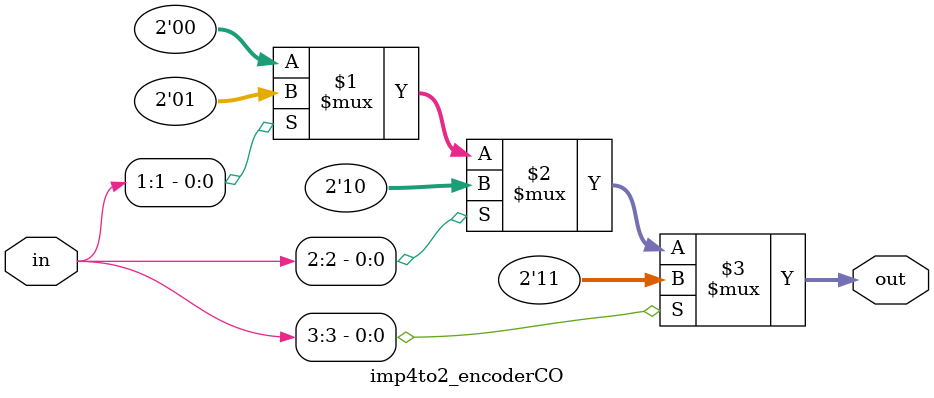
<source format=v>
`timescale 1ns / 1ps

module imp4to2_encoderCO(
 input  wire [3:0] in,     
    output wire [1:0] out    
);
assign out = (in[3]) ? 2'b11 :
             (in[2]) ? 2'b10 :
             (in[1]) ? 2'b01 :
                       2'b00; 
endmodule



</source>
